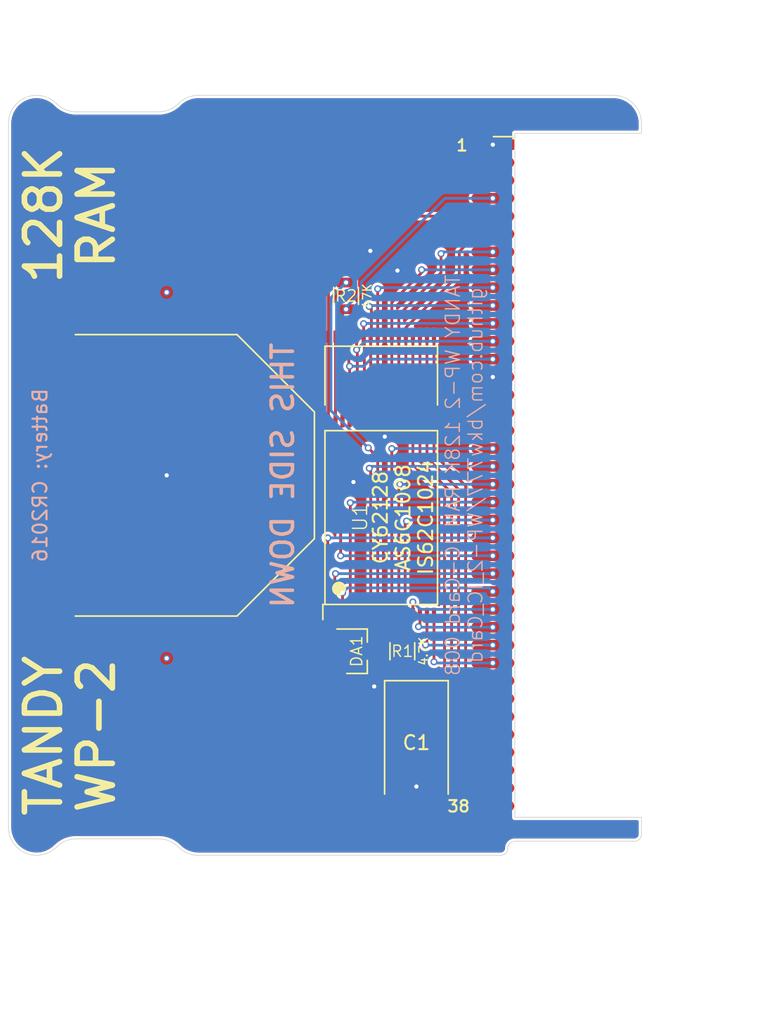
<source format=kicad_pcb>
(kicad_pcb (version 20211014) (generator pcbnew)
  (title_block (title "TANDY WP-2 128K RAM IC-Card") (date "2022-11-29") (rev "008") (company "Brian K. White - b.kenyon.w@gmail.com") (comment 1 "CC-BY-SA") (comment 2 "github.com/bkw777/WP-2_IC_Card"))
  (layers (0 "F.Cu" signal) (31 "B.Cu" signal) (34 "B.Paste" user) (35 "F.Paste" user) (36 "B.SilkS" user "B.Silkscreen") (37 "F.SilkS" user "F.Silkscreen") (38 "B.Mask" user) (39 "F.Mask" user) (44 "Edge.Cuts" user))
  (net 0 "")
  (net 1 "GND")
  (net 2 "/~{CE1}")
  (net 3 "/~{OE}")
  (net 4 "/D0")
  (net 5 "/D1")
  (net 6 "/D2")
  (net 7 "/D3")
  (net 8 "/D4")
  (net 9 "/D5")
  (net 10 "/D6")
  (net 11 "/D7")
  (net 12 "/A16")
  (net 13 "/A15")
  (net 14 "/A14")
  (net 15 "/A13")
  (net 16 "/A12")
  (net 17 "/A11")
  (net 18 "/A10")
  (net 19 "/A9")
  (net 20 "/A8")
  (net 21 "/A7")
  (net 22 "/A6")
  (net 23 "/A5")
  (net 24 "/A4")
  (net 25 "/A3")
  (net 26 "/A2")
  (net 27 "/A1")
  (net 28 "/A0")
  (net 30 "Net-(C1-Pad1)")
  (net 31 "VBUS")
  (net 32 "VMEM")
  (net 33 "/VBAT")
  (net 34 "/~{WE}")
  (footprint "0_LOCAL:SMS-138-01-x-x_edge" (layer "F.Cu") (at 158.75 99.695)
    (fp_text reference "J1" hide)
    (fp_text value "Conn_01x38_Female")
    (fp_line (start -0.127 -24.0665) (end -1.524 -24.0665) (layer "F.SilkS") (width 0.12))
    (fp_line (start -0.127 -24.0665) (end -0.127 -23.9395) (layer "F.SilkS") (width 0.12))
    (pad "1" smd roundrect locked (at -1.57 -23.495) (size 3.048 0.762) (layers "F.Cu" "F.Paste" "F.Mask") (roundrect_rratio 0.1) (net 1 "GND"))
    (pad "2" smd oval locked (at -1.57 -22.225) (size 3.048 0.762) (layers "F.Cu" "F.Paste" "F.Mask") (net 1 "GND"))
    (pad "3" smd oval locked (at -1.57 -20.955) (size 3.048 0.762) (layers "F.Cu" "F.Paste" "F.Mask"))
    (pad "4" smd oval locked (at -1.57 -19.685) (size 3.048 0.762) (layers "F.Cu" "F.Paste" "F.Mask") (net 2 "/~{CE1}"))
    (pad "5" smd oval locked (at -1.57 -18.415) (size 3.048 0.762) (layers "F.Cu" "F.Paste" "F.Mask") (net 3 "/~{OE}"))
    (pad "6" smd oval locked (at -1.57 -17.145) (size 3.048 0.762) (layers "F.Cu" "F.Paste" "F.Mask") (net 4 "/D0"))
    (pad "7" smd oval locked (at -1.57 -15.875) (size 3.048 0.762) (layers "F.Cu" "F.Paste" "F.Mask") (net 5 "/D1"))
    (pad "8" smd oval locked (at -1.57 -14.605) (size 3.048 0.762) (layers "F.Cu" "F.Paste" "F.Mask") (net 6 "/D2"))
    (pad "9" smd oval locked (at -1.57 -13.335) (size 3.048 0.762) (layers "F.Cu" "F.Paste" "F.Mask") (net 7 "/D3"))
    (pad "10" smd oval locked (at -1.57 -12.065) (size 3.048 0.762) (layers "F.Cu" "F.Paste" "F.Mask") (net 8 "/D4"))
    (pad "11" smd oval locked (at -1.57 -10.795) (size 3.048 0.762) (layers "F.Cu" "F.Paste" "F.Mask") (net 9 "/D5"))
    (pad "12" smd oval locked (at -1.57 -9.525) (size 3.048 0.762) (layers "F.Cu" "F.Paste" "F.Mask") (net 10 "/D6"))
    (pad "13" smd oval locked (at -1.57 -8.255) (size 3.048 0.762) (layers "F.Cu" "F.Paste" "F.Mask") (net 11 "/D7"))
    (pad "14" smd oval locked (at -1.57 -6.985) (size 3.048 0.762) (layers "F.Cu" "F.Paste" "F.Mask") (net 1 "GND"))
    (pad "15" smd oval locked (at -1.57 -5.715) (size 3.048 0.762) (layers "F.Cu" "F.Paste" "F.Mask"))
    (pad "16" smd oval locked (at -1.57 -4.445) (size 3.048 0.762) (layers "F.Cu" "F.Paste" "F.Mask"))
    (pad "17" smd oval locked (at -1.57 -3.175) (size 3.048 0.762) (layers "F.Cu" "F.Paste" "F.Mask"))
    (pad "18" smd oval locked (at -1.57 -1.905) (size 3.048 0.762) (layers "F.Cu" "F.Paste" "F.Mask") (net 12 "/A16"))
    (pad "19" smd oval locked (at -1.57 -0.635) (size 3.048 0.762) (layers "F.Cu" "F.Paste" "F.Mask") (net 13 "/A15"))
    (pad "20" smd oval locked (at -1.57 0.635) (size 3.048 0.762) (layers "F.Cu" "F.Paste" "F.Mask") (net 14 "/A14"))
    (pad "21" smd oval locked (at -1.57 1.905) (size 3.048 0.762) (layers "F.Cu" "F.Paste" "F.Mask") (net 15 "/A13"))
    (pad "22" smd oval locked (at -1.57 3.175) (size 3.048 0.762) (layers "F.Cu" "F.Paste" "F.Mask") (net 16 "/A12"))
    (pad "23" smd oval locked (at -1.57 4.445) (size 3.048 0.762) (layers "F.Cu" "F.Paste" "F.Mask") (net 17 "/A11"))
    (pad "24" smd oval locked (at -1.57 5.715) (size 3.048 0.762) (layers "F.Cu" "F.Paste" "F.Mask") (net 18 "/A10"))
    (pad "25" smd oval locked (at -1.57 6.985) (size 3.048 0.762) (layers "F.Cu" "F.Paste" "F.Mask") (net 19 "/A9"))
    (pad "26" smd oval locked (at -1.57 8.255) (size 3.048 0.762) (layers "F.Cu" "F.Paste" "F.Mask") (net 20 "/A8"))
    (pad "27" smd oval locked (at -1.57 9.525) (size 3.048 0.762) (layers "F.Cu" "F.Paste" "F.Mask") (net 21 "/A7"))
    (pad "28" smd oval locked (at -1.57 10.795) (size 3.048 0.762) (layers "F.Cu" "F.Paste" "F.Mask") (net 22 "/A6"))
    (pad "29" smd oval locked (at -1.57 12.065) (size 3.048 0.762) (layers "F.Cu" "F.Paste" "F.Mask") (net 23 "/A5"))
    (pad "30" smd oval locked (at -1.57 13.335) (size 3.048 0.762) (layers "F.Cu" "F.Paste" "F.Mask") (net 24 "/A4"))
    (pad "31" smd oval locked (at -1.57 14.605) (size 3.048 0.762) (layers "F.Cu" "F.Paste" "F.Mask") (net 25 "/A3"))
    (pad "32" smd oval locked (at -1.57 15.875) (size 3.048 0.762) (layers "F.Cu" "F.Paste" "F.Mask") (net 26 "/A2"))
    (pad "33" smd oval locked (at -1.57 17.145) (size 3.048 0.762) (layers "F.Cu" "F.Paste" "F.Mask") (net 27 "/A1"))
    (pad "34" smd oval locked (at -1.57 18.415) (size 3.048 0.762) (layers "F.Cu" "F.Paste" "F.Mask") (net 28 "/A0"))
    (pad "35" smd oval locked (at -1.57 19.685) (size 3.048 0.762) (layers "F.Cu" "F.Paste" "F.Mask") (net 34 "/~{WE}"))
    (pad "36" smd oval locked (at -1.57 20.955) (size 3.048 0.762) (layers "F.Cu" "F.Paste" "F.Mask"))
    (pad "37" smd oval locked (at -1.57 22.225) (size 3.048 0.762) (layers "F.Cu" "F.Paste" "F.Mask"))
    (pad "38" smd oval locked (at -1.57 23.495) (size 3.048 0.762) (layers "F.Cu" "F.Paste" "F.Mask") (net 31 "VBUS"))
  )
  (footprint "0_LOCAL:R_0805" (layer "F.Cu") (at 150.75 112.195 -90)
    (fp_text reference "R1" (at 0 0 unlocked) (layer "F.SilkS") (effects (font (size 0.8 0.8) (thickness 0.1))))
    (fp_text value "4.7K" (at 0 -1.5 90) (layer "F.SilkS") (effects (font (size 0.6 0.6) (thickness 0.1))))
    (fp_line (start -0.6 -0.88) (end 0.6 -0.88) (layer "F.SilkS") (width 0.12))
    (fp_line (start 0.6 0.88) (end -0.6 0.88) (layer "F.SilkS") (width 0.12))
    (pad "1" smd roundrect locked (at -0.95 0 270) (size 0.7 1.3) (layers "F.Cu" "F.Paste" "F.Mask") (roundrect_rratio 0.1) (net 32 "VMEM"))
    (pad "2" smd roundrect locked (at 0.95 0 270) (size 0.7 1.3) (layers "F.Cu" "F.Paste" "F.Mask") (roundrect_rratio 0.1) (net 30 "Net-(C1-Pad1)"))
  )
  (footprint "0_LOCAL:R_0805" (layer "F.Cu") (at 146.75 86.945 -90)
    (fp_text reference "R2" (at 0 0 unlocked) (layer "F.SilkS") (effects (font (size 0.8 0.8) (thickness 0.1))))
    (fp_text value "47K" (at 0 -1.5 90) (layer "F.SilkS") (effects (font (size 0.6 0.6) (thickness 0.1))))
    (fp_line (start 0.6 0.88) (end -0.6 0.88) (layer "F.SilkS") (width 0.12))
    (fp_line (start -0.6 -0.88) (end 0.6 -0.88) (layer "F.SilkS") (width 0.12))
    (pad "1" smd roundrect locked (at -0.95 0 270) (size 0.7 1.3) (layers "F.Cu" "F.Paste" "F.Mask") (roundrect_rratio 0.1) (net 32 "VMEM"))
    (pad "2" smd roundrect locked (at 0.95 0 270) (size 0.7 1.3) (layers "F.Cu" "F.Paste" "F.Mask") (roundrect_rratio 0.1) (net 2 "/~{CE1}"))
  )
  (footprint "0_LOCAL:TSOP32-dual" (layer "F.Cu") (at 149.25 99.695 90)
    (fp_text reference "U1" (at -3 -1.5 90 unlocked) (layer "F.SilkS") (effects (font (thickness 0.1))))
    (fp_text value "SRAM 128Kx8 5v Parallel" hide)
    (fp_line (start 3.175 4) (end -9.175 4) (layer "F.SilkS") (width 0.12))
    (fp_line (start 9.175 4) (end 9.175 -4) (layer "F.SilkS") (width 0.12))
    (fp_line (start -10.25 -4.15) (end -9.175 -4.15) (layer "F.SilkS") (width 0.12))
    (fp_line (start -9.175 -4.15) (end -9.175 4) (layer "F.SilkS") (width 0.12))
    (fp_line (start 3.175 4) (end 3.175 -4) (layer "F.SilkS") (width 0.12))
    (fp_line (start 9.175 -4) (end 5 -4) (layer "F.SilkS") (width 0.12))
    (fp_line (start 9.175 4) (end 5 4) (layer "F.SilkS") (width 0.12))
    (fp_line (start 3.175 -4) (end -9.175 -4) (layer "F.SilkS") (width 0.12))
    (fp_circle (center -8.05 -3) (end -8.05 -2.75) (layer "F.SilkS") (width 0.5) (fill none))
    (pad "1" smd roundrect (at -9.85 -3.75) (size 0.3 0.9) (layers "F.Cu" "F.Paste" "F.Mask") (net 17 "/A11"))
    (pad "2" smd roundrect (at -9.85 -3.25) (size 0.3 0.9) (layers "F.Cu" "F.Paste" "F.Mask") (net 19 "/A9"))
    (pad "3" smd roundrect (at -9.85 -2.75) (size 0.3 0.9) (layers "F.Cu" "F.Paste" "F.Mask") (net 20 "/A8"))
    (pad "4" smd roundrect (at -9.85 -2.25) (size 0.3 0.9) (layers "F.Cu" "F.Paste" "F.Mask") (net 15 "/A13"))
    (pad "5" smd roundrect (at -9.85 -1.75) (size 0.3 0.9) (layers "F.Cu" "F.Paste" "F.Mask") (net 34 "/~{WE}"))
    (pad "6" smd roundrect (at -9.85 -1.25) (size 0.3 0.9) (layers "F.Cu" "F.Paste" "F.Mask") (net 32 "VMEM"))
    (pad "7" smd roundrect (at -9.85 -0.75) (size 0.3 0.9) (layers "F.Cu" "F.Paste" "F.Mask") (net 13 "/A15"))
    (pad "8" smd roundrect (at -9.85 -0.25) (size 0.3 0.9) (layers "F.Cu" "F.Paste" "F.Mask") (net 32 "VMEM"))
    (pad "9" smd roundrect (at -9.85 0.25) (size 0.3 0.9) (layers "F.Cu" "F.Paste" "F.Mask"))
    (pad "10" smd roundrect (at -9.85 0.75) (size 0.3 0.9) (layers "F.Cu" "F.Paste" "F.Mask") (net 12 "/A16"))
    (pad "11" smd roundrect (at -9.85 1.25) (size 0.3 0.9) (layers "F.Cu" "F.Paste" "F.Mask") (net 14 "/A14"))
    (pad "12" smd roundrect (at -9.85 1.75) (size 0.3 0.9) (layers "F.Cu" "F.Paste" "F.Mask") (net 16 "/A12"))
    (pad "13" smd roundrect (at -9.85 2.25) (size 0.3 0.9) (layers "F.Cu" "F.Paste" "F.Mask") (net 21 "/A7"))
    (pad "14" smd roundrect (at -9.85 2.75) (size 0.3 0.9) (layers "F.Cu" "F.Paste" "F.Mask") (net 22 "/A6"))
    (pad "15" smd roundrect (at -9.85 3.25) (size 0.3 0.9) (layers "F.Cu" "F.Paste" "F.Mask") (net 23 "/A5"))
    (pad "16" smd roundrect (at -9.85 3.75) (size 0.3 0.9) (layers "F.Cu" "F.Paste" "F.Mask") (net 24 "/A4"))
    (pad "17" smd roundrect (at 9.85 3.75) (size 0.3 0.9) (layers "F.Cu" "F.Paste" "F.Mask") (net 25 "/A3"))
    (pad "17" smd roundrect (at 3.85 3.75) (size 0.3 0.9) (layers "F.Cu" "F.Paste" "F.Mask") (net 25 "/A3"))
    (pad "18" smd roundrect (at 9.85 3.25) (size 0.3 0.9) (layers "F.Cu" "F.Paste" "F.Mask") (net 26 "/A2"))
    (pad "18" smd roundrect (at 3.85 3.25) (size 0.3 0.9) (layers "F.Cu" "F.Paste" "F.Mask") (net 26 "/A2"))
    (pad "19" smd roundrect (at 9.85 2.75) (size 0.3 0.9) (layers "F.Cu" "F.Paste" "F.Mask") (net 27 "/A1"))
    (pad "19" smd roundrect (at 3.85 2.75) (size 0.3 0.9) (layers "F.Cu" "F.Paste" "F.Mask") (net 27 "/A1"))
    (pad "20" smd roundrect (at 3.85 2.25) (size 0.3 0.9) (layers "F.Cu" "F.Paste" "F.Mask") (net 28 "/A0"))
    (pad "20" smd roundrect (at 9.85 2.25) (size 0.3 0.9) (layers "F.Cu" "F.Paste" "F.Mask") (net 28 "/A0"))
    (pad "21" smd roundrect (at 9.85 1.75) (size 0.3 0.9) (layers "F.Cu" "F.Paste" "F.Mask") (net 4 "/D0"))
    (pad "21" smd roundrect (at 3.85 1.75) (size 0.3 0.9) (layers "F.Cu" "F.Paste" "F.Mask") (net 4 "/D0"))
    (pad "22" smd roundrect (at 9.85 1.25) (size 0.3 0.9) (layers "F.Cu" "F.Paste" "F.Mask") (net 5 "/D1"))
    (pad "22" smd roundrect (at 3.85 1.25) (size 0.3 0.9) (layers "F.Cu" "F.Paste" "F.Mask") (net 5 "/D1"))
    (pad "23" smd roundrect (at 9.85 0.75) (size 0.3 0.9) (layers "F.Cu" "F.Paste" "F.Mask") (net 6 "/D2"))
    (pad "23" smd roundrect (at 3.85 0.75) (size 0.3 0.9) (layers "F.Cu" "F.Paste" "F.Mask") (net 6 "/D2"))
    (pad "24" smd roundrect (at 3.85 0.25) (size 0.3 0.9) (layers "F.Cu" "F.Paste" "F.Mask") (net 1 "GND"))
    (pad "24" smd roundrect (at 9.85 0.25) (size 0.3 0.9) (layers "F.Cu" "F.Paste" "F.Mask") (net 1 "GND"))
    (pad "25" smd roundrect (at 3.85 -0.25) (size 0.3 0.9) (layers "F.Cu" "F.Paste" "F.Mask") (net 7 "/D3"))
    (pad "25" smd roundrect (at 9.85 -0.25) (size 0.3 0.9) (layers "F.Cu" "F.Paste" "F.Mask") (net 7 "/D3"))
    (pad "26" smd roundrect (at 3.85 -0.75) (size 0.3 0.9) (layers "F.Cu" "F.Paste" "F.Mask") (net 8 "/D4"))
    (pad "26" smd roundrect (at 9.85 -0.75) (size 0.3 0.9) (layers "F.Cu" "F.Paste" "F.Mask") (net 8 "/D4"))
    (pad "27" smd roundrect (at 3.85 -1.25) (size 0.3 0.9) (layers "F.Cu" "F.Paste" "F.Mask") (net 9 "/D5"))
    (pad "27" smd roundrect (at 9.85 -1.25) (size 0.3 0.9) (layers "F.Cu" "F.Paste" "F.Mask") (net 9 "/D5"))
    (pad "28" smd roundrect (at 9.85 -1.75) (size 0.3 0.9) (layers "F.Cu" "F.Paste" "F.Mask") (net 10 "/D6"))
    (pad "28" smd roundrect (at 3.85 -1.75) (size 0.3 0.9) (layers "F.Cu" "F.Paste" "F.Mask") (net 10 "/D6"))
    (pad "29" smd roundrect (at 3.85 -2.25) (size 0.3 0.9) (layers "F.Cu" "F.Paste" "F.Mask") (net 11 "/D7"))
    (pad "29" smd roundrect (at 9.85 -2.25) (size 0.3 0.9) (layers "F.Cu" "F.Paste" "F.Mask") (net 11 "/D7"))
    (pad "30" smd roundrect (at 9.85 -2.75) (size 0.3 0.9) (layers "F.Cu" "F.Paste" "F.Mask") (net 2 "/~{CE1}"))
    (pad "30" smd roundrect (at 3.85 -2.75) (size 0.3 0.9) (layers "F.Cu" "F.Paste" "F.Mask") (net 2 "/~{CE1}"))
    (pad "31" smd roundrect (at 3.85 -3.25) (size 0.3 0.9) (layers "F.Cu" "F.Paste" "F.Mask") (net 18 "/A10"))
    (pad "31" smd roundrect (at 9.85 -3.25) (size 0.3 0.9) (layers "F.Cu" "F.Paste" "F.Mask") (net 18 "/A10"))
    (pad "32" smd roundrect (at 3.85 -3.75) (size 0.3 0.9) (layers "F.Cu" "F.Paste" "F.Mask") (net 3 "/~{OE}"))
    (pad "32" smd roundrect (at 9.85 -3.75) (size 0.3 0.9) (layers "F.Cu" "F.Paste" "F.Mask") (net 3 "/~{OE}"))
  )
  (footprint "0_LOCAL:2016_battery_holder_smt" (layer "F.Cu") (at 134 99.695 90)
    (fp_text reference "BT1" hide)
    (fp_text value "CR2016 3v")
    (fp_line (start 4.5 10.5) (end 10 5) (layer "F.SilkS") (width 0.12))
    (fp_line (start -10 5) (end -10 -6.5) (layer "F.SilkS") (width 0.12))
    (fp_line (start 10 5) (end 10 -6.5) (layer "F.SilkS") (width 0.12))
    (fp_line (start -4.5 10.5) (end 4.5 10.5) (layer "F.SilkS") (width 0.12))
    (fp_line (start -10 5) (end -4.5 10.5) (layer "F.SilkS") (width 0.12))
    (pad "1" smd roundrect locked (at -13 0 90) (size 6 6) (layers "F.Cu" "F.Paste" "F.Mask") (roundrect_rratio 0.1) (net 33 "/VBAT"))
    (pad "1" smd roundrect locked (at 13 0 90) (size 6 6) (layers "F.Cu" "F.Paste" "F.Mask") (roundrect_rratio 0.1) (net 33 "/VBAT"))
    (pad "2" smd circle locked (at 0 0 90) (size 17.8 17.8) (layers "F.Cu" "F.Mask") (net 1 "GND"))
  )
  (footprint "0_LOCAL:CP_EIA-7343-20_AVX-Y" (layer "F.Cu") (at 151.75 118.695 -90)
    (fp_text reference "C1" (at 0 0) (layer "F.SilkS"))
    (fp_text value "220uf")
    (fp_line (start -4.41 -2.26) (end -4.41 2.26) (layer "F.SilkS") (width 0.12))
    (fp_line (start -4.41 2.26) (end 3.65 2.26) (layer "F.SilkS") (width 0.12))
    (fp_line (start 3.65 -2.26) (end -4.41 -2.26) (layer "F.SilkS") (width 0.12))
    (pad "1" smd roundrect locked (at -3.1125 0 270) (size 2.1 2.8) (layers "F.Cu" "F.Paste" "F.Mask") (roundrect_rratio 0.12) (net 30 "Net-(C1-Pad1)"))
    (pad "2" smd roundrect locked (at 3.1125 0 270) (size 2.1 2.8) (layers "F.Cu" "F.Paste" "F.Mask") (roundrect_rratio 0.12) (net 1 "GND"))
  )
  (footprint "0_LOCAL:SOT-23" (layer "F.Cu") (at 147.5 112.195)
    (fp_text reference "DA1" (at 0 0 90) (layer "F.SilkS") (effects (font (size 0.8 0.8) (thickness 0.1))))
    (fp_text value "BAT54C")
    (fp_line (start 0.76 -1.58) (end -1.4 -1.58) (layer "F.SilkS") (width 0.12))
    (fp_line (start 0.76 1.58) (end -0.7 1.58) (layer "F.SilkS") (width 0.12))
    (fp_line (start 0.76 -1.58) (end 0.76 -0.65) (layer "F.SilkS") (width 0.12))
    (fp_line (start 0.76 1.58) (end 0.76 0.65) (layer "F.SilkS") (width 0.12))
    (pad "1" smd roundrect locked (at -1 -0.95) (size 0.9 0.8) (layers "F.Cu" "F.Paste" "F.Mask") (roundrect_rratio 0.1) (net 33 "/VBAT"))
    (pad "2" smd roundrect locked (at -1 0.95) (size 0.9 0.8) (layers "F.Cu" "F.Paste" "F.Mask") (roundrect_rratio 0.1) (net 31 "VBUS"))
    (pad "3" smd roundrect locked (at 1 0) (size 0.9 0.8) (layers "F.Cu" "F.Paste" "F.Mask") (roundrect_rratio 0.1) (net 32 "VMEM"))
  )
  (gr_line (start 136.25 126.695001) (end 157.75 126.695) (layer "Edge.Cuts") (width 0.05))
  (gr_line (start 122.75 74.695) (end 122.75 124.695) (layer "Edge.Cuts") (width 0.05))
  (gr_line (start 158.75 123.995) (end 158.75 75.395) (layer "Edge.Cuts") (width 0.05))
  (gr_line (start 167.75 75.395) (end 158.75 75.395) (layer "Edge.Cuts") (width 0.05))
  (gr_line (start 167.75 123.995) (end 158.75 123.995) (layer "Edge.Cuts") (width 0.05))
  (gr_line (start 167.75 125.195) (end 167.75 123.995) (layer "Edge.Cuts") (width 0.05))
  (gr_line (start 167.75 74.695) (end 167.75 75.395) (layer "Edge.Cuts") (width 0.05))
  (gr_line (start 165.75 72.695) (end 136.25 72.695) (layer "Edge.Cuts") (width 0.05))
  (gr_line (start 158.75 125.695) (end 167.25 125.695) (layer "Edge.Cuts") (width 0.05))
  (gr_arc (start 136.25 126.695001) (mid 135.484633 126.54276) (end 134.835786 126.109214) (layer "Edge.Cuts") (width 0.05))
  (gr_arc (start 126.164214 126.109214) (mid 125.515367 126.54276) (end 124.75 126.695) (layer "Edge.Cuts") (width 0.05))
  (gr_arc (start 133.421572 125.523427) (mid 134.186939 125.675668) (end 134.835786 126.109214) (layer "Edge.Cuts") (width 0.05))
  (gr_arc (start 126.164214 126.109214) (mid 126.813061 125.675668) (end 127.578428 125.523427) (layer "Edge.Cuts") (width 0.05))
  (gr_line (start 127.578428 125.523427) (end 133.421572 125.523427) (layer "Edge.Cuts") (width 0.05))
  (gr_arc (start 134.835786 73.280786) (mid 135.484633 72.84724) (end 136.25 72.695) (layer "Edge.Cuts") (width 0.05))
  (gr_arc (start 127.578428 73.866573) (mid 126.813061 73.714332) (end 126.164214 73.280786) (layer "Edge.Cuts") (width 0.05))
  (gr_arc (start 134.835786 73.280786) (mid 134.186939 73.714332) (end 133.421572 73.866573) (layer "Edge.Cuts") (width 0.05))
  (gr_arc (start 124.75 72.694999) (mid 125.515367 72.84724) (end 126.164214 73.280786) (layer "Edge.Cuts") (width 0.05))
  (gr_line (start 133.421572 73.866573) (end 127.578428 73.866573) (layer "Edge.Cuts") (width 0.05))
  (gr_arc (start 165.75 72.695) (mid 167.164214 73.280786) (end 167.75 74.695) (layer "Edge.Cuts") (width 0.05))
  (gr_arc (start 158.25 126.195) (mid 158.396447 125.841447) (end 158.75 125.695) (layer "Edge.Cuts") (width 0.05))
  (gr_arc (start 124.75 126.695) (mid 123.335786 126.109214) (end 122.75 124.695) (layer "Edge.Cuts") (width 0.05))
  (gr_arc (start 122.75 74.695) (mid 123.335786 73.280786) (end 124.75 72.695) (layer "Edge.Cuts") (width 0.05))
  (gr_arc (start 167.75 125.195) (mid 167.603553 125.548553) (end 167.25 125.695) (layer "Edge.Cuts") (width 0.05))
  (gr_arc (start 158.25 126.195) (mid 158.103553 126.548553) (end 157.75 126.695) (layer "Edge.Cuts") (width 0.05))
  (gr_text "${TITLE} ${REVISION}\n${COMMENT2}" (at 155.145 99.695 -270) (layer "B.SilkS") (effects (font (size 1 1) (thickness 0.1)) (justify mirror)))
  (gr_text "THIS SIDE DOWN" (at 142.25 99.695 -270) (layer "B.SilkS") (effects (font (size 1.524 1.524) (thickness 0.254)) (justify mirror)))
  (gr_text "Battery: CR2016" (at 125 99.695 90) (layer "B.SilkS") (effects (font (size 1 1)) (justify mirror)))
  (gr_text "1" (at 154.9948 76.2508) (layer "F.SilkS") (effects (font (size 0.8128 0.8128) (thickness 0.1524))))
  (gr_text "38" (at 154.75 123.2154) (layer "F.SilkS") (effects (font (size 0.8128 0.8128) (thickness 0.1524))))
  (gr_text "TANDY" (at 125.25 118.195 90) (layer "F.SilkS") (effects (font (size 2.5 2.5) (thickness 0.4))))
  (gr_text "128K" (at 125.25 81.195 90) (layer "F.SilkS") (effects (font (size 2.5 2.5) (thickness 0.4))))
  (gr_text "WP-2" (at 129 118.195 90) (layer "F.SilkS") (effects (font (size 2.5 2.5) (thickness 0.4))))
  (gr_text "RAM" (at 129 81.195 90) (layer "F.SilkS") (effects (font (size 2.5 2.5) (thickness 0.4))))
  (gr_text "CY62128\nAS6C1008\nIS62C1024" (at 150.8 102.695 90) (layer "F.SilkS") (effects (font (size 1 1))))
  (segment (start 157.05 76.33) (end 157.18 76.2) (width 0.2) (layer "F.Cu") (net 1))
  (segment (start 157.05 77.34) (end 157.18 77.47) (width 0.2) (layer "F.Cu") (net 1))
  (via (at 148.75 114.695) (size 0.5) (drill 0.3) (layers "F.Cu" "B.Cu") (net 1))
  (via (at 151.75 121.8075) (size 0.5) (drill 0.3) (layers "F.Cu" "B.Cu") (net 1))
  (via (at 149.5 96.945) (size 0.5) (drill 0.3) (layers "F.Cu" "B.Cu") (net 1))
  (via (at 134 99.695) (size 0.5) (drill 0.3) (layers "F.Cu" "B.Cu") (net 1))
  (via (at 148.475 83.745) (size 0.5) (drill 0.3) (layers "F.Cu" "B.Cu") (net 1))
  (via (at 157.18 92.71) (size 0.5) (drill 0.3) (layers "F.Cu" "B.Cu") (net 1))
  (via (at 150.4 85.145) (size 0.5) (drill 0.3) (layers "F.Cu" "B.Cu") (net 1))
  (via (at 157.18 76.2) (size 0.5) (drill 0.3) (layers "F.Cu" "B.Cu") (net 1))
  (via (at 147.275 100.17) (size 0.5) (drill 0.3) (layers "F.Cu" "B.Cu") (net 1))
  (segment (start 157.18 80.01) (end 157.18 80.01) (width 0.2) (layer "F.Cu") (net 2))
  (segment (start 146.45 89.895) (end 146.45 95.795) (width 0.2) (layer "F.Cu") (net 2))
  (segment (start 146.5 88.145) (end 146.5 89.845) (width 0.2) (layer "F.Cu") (net 2))
  (segment (start 146.5 89.845) (end 146.45 89.895) (width 0.2) (layer "F.Cu") (net 2))
  (segment (start 146.75 87.895) (end 146.5 88.145) (width 0.2) (layer "F.Cu") (net 2))
  (segment (start 146.45 95.795) (end 146.5 95.845) (width 0.2) (layer "F.Cu") (net 2))
  (via (at 146.75 87.895) (size 0.5) (drill 0.3) (layers "F.Cu" "B.Cu") (net 2))
  (via (at 157.18 80.01) (size 0.5) (drill 0.3) (layers "F.Cu" "B.Cu") (net 2))
  (segment (start 147.85 85.945) (end 153.785 80.01) (width 0.2) (layer "B.Cu") (net 2))
  (segment (start 146.75 87.745) (end 147.85 86.645) (width 0.2) (layer "B.Cu") (net 2))
  (segment (start 147.85 86.645) (end 147.85 85.945) (width 0.2) (layer "B.Cu") (net 2))
  (segment (start 153.785 80.01) (end 157.18 80.01) (width 0.2) (layer "B.Cu") (net 2))
  (segment (start 146.75 87.895) (end 146.75 87.745) (width 0.2) (layer "B.Cu") (net 2))
  (segment (start 157.18 81.28) (end 149.415 81.28) (width 0.2) (layer "F.Cu") (net 3))
  (segment (start 145.5 85.195) (end 145.5 95.845) (width 0.2) (layer "F.Cu") (net 3))
  (segment (start 149.415 81.28) (end 145.5 85.195) (width 0.2) (layer "F.Cu") (net 3))
  (segment (start 156.0375 82.55) (end 154.8 83.7875) (width 0.2) (layer "F.Cu") (net 4))
  (segment (start 154.8 85.395) (end 151 89.195) (width 0.2) (layer "F.Cu") (net 4))
  (segment (start 151 89.195) (end 151 95.845) (width 0.2) (layer "F.Cu") (net 4))
  (segment (start 154.8 83.7875) (end 154.8 85.395) (width 0.2) (layer "F.Cu") (net 4))
  (segment (start 157.18 82.55) (end 156.0375 82.55) (width 0.2) (layer "F.Cu") (net 4))
  (segment (start 153.5 83.945) (end 153.5 85.295) (width 0.2) (layer "F.Cu") (net 5))
  (segment (start 150.5 88.295) (end 150.5 95.845) (width 0.2) (layer "F.Cu") (net 5))
  (segment (start 153.5 85.295) (end 150.5 88.295) (width 0.2) (layer "F.Cu") (net 5))
  (via (at 157.18 83.82) (size 0.5) (drill 0.3) (layers "F.Cu" "B.Cu") (net 5))
  (via (at 153.5 83.945) (size 0.5) (drill 0.3) (layers "F.Cu" "B.Cu") (net 5))
  (segment (start 153.5 83.945) (end 153.625 83.82) (width 0.2) (layer "B.Cu") (net 5))
  (segment (start 153.625 83.82) (end 157.18 83.82) (width 0.2) (layer "B.Cu") (net 5))
  (segment (start 150 87.415) (end 150 89.845) (width 0.2) (layer "F.Cu") (net 6))
  (segment (start 152.12 85.09) (end 152.12 85.295) (width 0.2) (layer "F.Cu") (net 6))
  (segment (start 152.12 85.295) (end 150 87.415) (width 0.2) (layer "F.Cu") (net 6))
  (segment (start 150 95.845) (end 150 89.845) (width 0.2) (layer "F.Cu") (net 6))
  (via (at 157.18 85.09) (size 0.5) (drill 0.3) (layers "F.Cu" "B.Cu") (net 6))
  (via (at 152.12 85.09) (size 0.5) (drill 0.3) (layers "F.Cu" "B.Cu") (net 6))
  (segment (start 152.12 85.09) (end 157.18 85.09) (width 0.2) (layer "B.Cu") (net 6))
  (segment (start 149 89.845) (end 149 86.445) (width 0.2) (layer "F.Cu") (net 7))
  (segment (start 149 95.845) (end 149 89.845) (width 0.2) (layer "F.Cu") (net 7))
  (via (at 149 86.445) (size 0.5) (drill 0.3) (layers "F.Cu" "B.Cu") (net 7))
  (via (at 157.18 86.36) (size 0.5) (drill 0.3) (layers "F.Cu" "B.Cu") (net 7))
  (segment (start 149.085 86.36) (end 157.18 86.36) (width 0.2) (layer "B.Cu") (net 7))
  (segment (start 149 86.445) (end 149.085 86.36) (width 0.2) (layer "B.Cu") (net 7))
  (segment (start 148.55 89.795) (end 148.55 87.845) (width 0.2) (layer "F.Cu") (net 8))
  (segment (start 148.5 95.845) (end 148.5 89.845) (width 0.2) (layer "F.Cu") (net 8))
  (segment (start 148.5 89.845) (end 148.55 89.795) (width 0.2) (layer "F.Cu") (net 8))
  (segment (start 148.55 87.845) (end 148.4 87.695) (width 0.2) (layer "F.Cu") (net 8))
  (via (at 148.4 87.695) (size 0.5) (drill 0.3) (layers "F.Cu" "B.Cu") (net 8))
  (via (at 157.18 87.63) (size 0.5) (drill 0.3) (layers "F.Cu" "B.Cu") (net 8))
  (segment (start 148.4 87.695) (end 148.465 87.63) (width 0.2) (layer "B.Cu") (net 8))
  (segment (start 148.465 87.63) (end 157.18 87.63) (width 0.2) (layer "B.Cu") (net 8))
  (segment (start 148.05 89.895) (end 148.05 95.795) (width 0.2) (layer "F.Cu") (net 9))
  (segment (start 148.05 95.795) (end 148 95.845) (width 0.2) (layer "F.Cu") (net 9))
  (segment (start 148 89.845) (end 148.05 89.895) (width 0.2) (layer "F.Cu") (net 9))
  (segment (start 148 88.92) (end 148 89.845) (width 0.2) (layer "F.Cu") (net 9))
  (via (at 157.18 88.9) (size 0.5) (drill 0.3) (layers "F.Cu" "B.Cu") (net 9))
  (via (at 148 88.92) (size 0.5) (drill 0.3) (layers "F.Cu" "B.Cu") (net 9))
  (segment (start 148 88.92) (end 148.02 88.9) (width 0.2) (layer "B.Cu") (net 9))
  (segment (start 148.02 88.9) (end 157.18 88.9) (width 0.2) (layer "B.Cu") (net 9))
  (segment (start 147.5 90.77) (end 147.55 90.82) (width 0.2) (layer "F.Cu") (net 10))
  (segment (start 147.55 90.82) (end 147.55 95.795) (width 0.2) (layer "F.Cu") (net 10))
  (segment (start 147.55 95.795) (end 147.5 95.845) (width 0.2) (layer "F.Cu") (net 10))
  (segment (start 147.5 90.77) (end 147.5 89.945) (width 0.2) (layer "F.Cu") (net 10))
  (via (at 147.5 90.77) (size 0.5) (drill 0.3) (layers "F.Cu" "B.Cu") (net 10))
  (via (at 157.18 90.17) (size 0.5) (drill 0.3) (layers "F.Cu" "B.Cu") (net 10))
  (segment (start 147.5 90.77) (end 148.1 90.17) (width 0.2) (layer "B.Cu") (net 10))
  (segment (start 148.1 90.17) (end 157.18 90.17) (width 0.2) (layer "B.Cu") (net 10))
  (segment (start 147 91.945) (end 147 95.845) (width 0.2) (layer "F.Cu") (net 11))
  (segment (start 146.95 89.895) (end 147 89.845) (width 0.2) (layer "F.Cu") (net 11))
  (segment (start 146.95 91.895) (end 146.95 89.895) (width 0.2) (layer "F.Cu") (net 11))
  (segment (start 147 91.945) (end 146.95 91.895) (width 0.2) (layer "F.Cu") (net 11))
  (via (at 157.18 91.44) (size 0.5) (drill 0.3) (layers "F.Cu" "B.Cu") (net 11))
  (via (at 147 91.945) (size 0.5) (drill 0.3) (layers "F.Cu" "B.Cu") (net 11))
  (segment (start 147 91.945) (end 148 91.945) (width 0.2) (layer "B.Cu") (net 11))
  (segment (start 148 91.945) (end 148.505 91.44) (width 0.2) (layer "B.Cu") (net 11))
  (segment (start 148.505 91.44) (end 157.18 91.44) (width 0.2) (layer "B.Cu") (net 11))
  (segment (start 157.23 97.79) (end 157.23 97.79) (width 0.2) (layer "F.Cu") (net 12))
  (segment (start 150 97.795) (end 150 109.545) (width 0.2) (layer "F.Cu") (net 12))
  (via (at 157.18 97.79) (size 0.5) (drill 0.3) (layers "F.Cu" "B.Cu") (net 12))
  (via (at 150 97.795) (size 0.5) (drill 0.3) (layers "F.Cu" "B.Cu") (net 12))
  (segment (start 150 97.795) (end 150.005 97.79) (width 0.2) (layer "B.Cu") (net 12))
  (segment (start 150.005 97.79) (end 157.18 97.79) (width 0.2) (layer "B.Cu") (net 12))
  (segment (start 148.4 99.195) (end 148.5 99.295) (width 0.2) (layer "F.Cu") (net 13))
  (segment (start 148.5 99.295) (end 148.5 109.545) (width 0.2) (layer "F.Cu") (net 13))
  (via (at 148.4 99.195) (size 0.5) (drill 0.3) (layers "F.Cu" "B.Cu") (net 13))
  (via (at 157.18 99.06) (size 0.5) (drill 0.3) (layers "F.Cu" "B.Cu") (net 13))
  (segment (start 148.535 99.06) (end 157.18 99.06) (width 0.2) (layer "B.Cu") (net 13))
  (segment (start 148.4 99.195) (end 148.535 99.06) (width 0.2) (layer "B.Cu") (net 13))
  (segment (start 157.23 100.33) (end 157.23 100.33) (width 0.2) (layer "F.Cu") (net 14))
  (segment (start 150.5 100.395) (end 150.5 109.545) (width 0.2) (layer "F.Cu") (net 14))
  (segment (start 150.565 100.33) (end 150.5 100.395) (width 0.2) (layer "F.Cu") (net 14))
  (via (at 157.18 100.33) (size 0.5) (drill 0.3) (layers "F.Cu" "B.Cu") (net 14))
  (via (at 150.565 100.33) (size 0.5) (drill 0.3) (layers "F.Cu" "B.Cu") (net 14))
  (segment (start 150.565 100.33) (end 157.18 100.33) (width 0.2) (layer "B.Cu") (net 14))
  (segment (start 147.05 101.645) (end 147.05 109.495) (width 0.2) (layer "F.Cu") (net 15))
  (segment (start 147.05 109.495) (end 147 109.545) (width 0.2) (layer "F.Cu") (net 15))
  (via (at 157.18 101.6) (size 0.5) (drill 0.3) (layers "F.Cu" "B.Cu") (net 15))
  (via (at 147.05 101.645) (size 0.5) (drill 0.3) (layers "F.Cu" "B.Cu") (net 15))
  (segment (start 147.05 101.645) (end 147.095 101.6) (width 0.2) (layer "B.Cu") (net 15))
  (segment (start 147.095 101.6) (end 157.18 101.6) (width 0.2) (layer "B.Cu") (net 15))
  (segment (start 150.95 109.495) (end 151 109.545) (width 0.2) (layer "F.Cu") (net 16))
  (segment (start 150.95 103.045) (end 150.95 109.495) (width 0.2) (layer "F.Cu") (net 16))
  (segment (start 151.05 102.945) (end 150.95 103.045) (width 0.2) (layer "F.Cu") (net 16))
  (via (at 157.18 102.87) (size 0.5) (drill 0.3) (layers "F.Cu" "B.Cu") (net 16))
  (via (at 151.05 102.945) (size 0.5) (drill 0.3) (layers "F.Cu" "B.Cu") (net 16))
  (segment (start 151.125 102.87) (end 157.18 102.87) (width 0.2) (layer "B.Cu") (net 16))
  (segment (start 151.05 102.945) (end 151.125 102.87) (width 0.2) (layer "B.Cu") (net 16))
  (segment (start 145.45 104.145) (end 145.45 109.495) (width 0.2) (layer "F.Cu") (net 17))
  (segment (start 145.45 109.495) (end 145.5 109.545) (width 0.2) (layer "F.Cu") (net 17))
  (via (at 157.18 104.14) (size 0.5) (drill 0.3) (layers "F.Cu" "B.Cu") (net 17))
  (via (at 145.45 104.145) (size 0.5) (drill 0.3) (layers "F.Cu" "B.Cu") (net 17))
  (segment (start 145.455 104.14) (end 157.18 104.14) (width 0.2) (layer "B.Cu") (net 17))
  (segment (start 145.45 104.145) (end 145.455 104.14) (width 0.2) (layer "B.Cu") (net 17))
  (segment (start 146.365 105.41) (end 146.365 102.985) (width 0.2) (layer "F.Cu") (net 18))
  (segment (start 146 102.62) (end 146 89.845) (width 0.2) (layer "F.Cu") (net 18))
  (segment (start 146.365 102.985) (end 146 102.62) (width 0.2) (layer "F.Cu") (net 18))
  (via (at 146.365 105.41) (size 0.5) (drill 0.3) (layers "F.Cu" "B.Cu") (net 18))
  (via (at 157.18 105.41) (size 0.5) (drill 0.3) (layers "F.Cu" "B.Cu") (net 18))
  (segment (start 146.365 105.41) (end 157.18 105.41) (width 0.2) (layer "B.Cu") (net 18))
  (segment (start 146 106.68) (end 145.95 106.73) (width 0.2) (layer "F.Cu") (net 19))
  (segment (start 145.95 109.495) (end 146 109.545) (width 0.2) (layer "F.Cu") (net 19))
  (segment (start 145.95 106.73) (end 145.95 109.495) (width 0.2) (layer "F.Cu") (net 19))
  (via (at 146 106.68) (size 0.5) (drill 0.3) (layers "F.Cu" "B.Cu") (net 19))
  (via (at 157.18 106.68) (size 0.5) (drill 0.3) (layers "F.Cu" "B.Cu") (net 19))
  (segment (start 146 106.68) (end 157.18 106.68) (width 0.2) (layer "B.Cu") (net 19))
  (segment (start 146.5 108.045) (end 146.5 109.545) (width 0.2) (layer "F.Cu") (net 20))
  (via (at 157.18 107.95) (size 0.5) (drill 0.3) (layers "F.Cu" "B.Cu") (net 20))
  (via (at 146.5 108.045) (size 0.5) (drill 0.3) (layers "F.Cu" "B.Cu") (net 20))
  (segment (start 146.5 108.045) (end 146.85 107.695) (width 0.2) (layer "B.Cu") (net 20))
  (segment (start 146.85 107.695) (end 156.925 107.695) (width 0.2) (layer "B.Cu") (net 20))
  (segment (start 156.925 107.695) (end 157.18 107.95) (width 0.2) (layer "B.Cu") (net 20))
  (segment (start 151.5 108.695) (end 151.5 109.545) (width 0.2) (layer "F.Cu") (net 21))
  (via (at 157.18 109.22) (size 0.5) (drill 0.3) (layers "F.Cu" "B.Cu") (net 21))
  (via (at 151.5 108.695) (size 0.5) (drill 0.3) (layers "F.Cu" "B.Cu") (net 21))
  (segment (start 151.5 108.695) (end 152.025 109.22) (width 0.2) (layer "B.Cu") (net 21))
  (segment (start 152.025 109.22) (end 157.18 109.22) (width 0.2) (layer "B.Cu") (net 21))
  (segment (start 152 110.345) (end 152 109.545) (width 0.2) (layer "F.Cu") (net 22))
  (segment (start 151.9 110.445) (end 152 110.345) (width 0.2) (layer "F.Cu") (net 22))
  (via (at 151.9 110.445) (size 0.5) (drill 0.3) (layers "F.Cu" "B.Cu") (net 22))
  (via (at 157.18 110.49) (size 0.5) (drill 0.3) (layers "F.Cu" "B.Cu") (net 22))
  (segment (start 151.945 110.49) (end 157.18 110.49) (width 0.2) (layer "B.Cu") (net 22))
  (segment (start 151.9 110.445) (end 151.945 110.49) (width 0.2) (layer "B.Cu") (net 22))
  (segment (start 152.4 111.745) (end 152.5 111.645) (width 0.2) (layer "F.Cu") (net 23))
  (segment (start 152.5 111.645) (end 152.5 109.545) (width 0.2) (layer "F.Cu") (net 23))
  (via (at 157.18 111.76) (size 0.5) (drill 0.3) (layers "F.Cu" "B.Cu") (net 23))
  (via (at 152.4 111.745) (size 0.5) (drill 0.3) (layers "F.Cu" "B.Cu") (net 23))
  (segment (start 152.415 111.76) (end 157.18 111.76) (width 0.2) (layer "B.Cu") (net 23))
  (segment (start 152.4 111.745) (end 152.415 111.76) (width 0.2) (layer "B.Cu") (net 23))
  (segment (start 153 112.945) (end 153 109.545) (width 0.2) (layer "F.Cu") (net 24))
  (via (at 157.18 113.03) (size 0.5) (drill 0.3) (layers "F.Cu" "B.Cu") (net 24))
  (via (at 153 112.945) (size 0.5) (drill 0.3) (layers "F.Cu" "B.Cu") (net 24))
  (segment (start 153 112.945) (end 153.085 113.03) (width 0.2) (layer "B.Cu") (net 24))
  (segment (start 153.085 113.03) (end 157.18 113.03) (width 0.2) (layer "B.Cu") (net 24))
  (segment (start 153 89.845) (end 153 98.195) (width 0.2) (layer "F.Cu") (net 25))
  (segment (start 155.25 113.545) (end 156.005 114.3) (width 0.2) (layer "F.Cu") (net 25))
  (segment (start 155.25 100.445) (end 155.25 113.545) (width 0.2) (layer "F.Cu") (net 25))
  (segment (start 153 98.195) (end 155.25 100.445) (width 0.2) (layer "F.Cu") (net 25))
  (segment (start 156.005 114.3) (end 157.18 114.3) (width 0.2) (layer "F.Cu") (net 25))
  (segment (start 154.75 100.695) (end 154.75 114.295) (width 0.2) (layer "F.Cu") (net 26))
  (segment (start 152.5 89.845) (end 152.5 98.445) (width 0.2) (layer "F.Cu") (net 26))
  (segment (start 152.5 98.445) (end 154.75 100.695) (width 0.2) (layer "F.Cu") (net 26))
  (segment (start 154.75 114.295) (end 156.025 115.57) (width 0.2) (layer "F.Cu") (net 26))
  (segment (start 156.025 115.57) (end 157.08 115.57) (width 0.2) (layer "F.Cu") (net 26))
  (segment (start 154.25 100.945) (end 154.25 115.045) (width 0.2) (layer "F.Cu") (net 27))
  (segment (start 156.045 116.84) (end 157.18 116.84) (width 0.2) (layer "F.Cu") (net 27))
  (segment (start 152 98.695) (end 154.25 100.945) (width 0.2) (layer "F.Cu") (net 27))
  (segment (start 152 89.845) (end 152 98.695) (width 0.2) (layer "F.Cu") (net 27))
  (segment (start 154.25 115.045) (end 156.045 116.84) (width 0.2) (layer "F.Cu") (net 27))
  (segment (start 153.75 101.195) (end 153.75 115.845) (width 0.2) (layer "F.Cu") (net 28))
  (segment (start 153.75 115.845) (end 156.015 118.11) (width 0.2) (layer "F.Cu") (net 28))
  (segment (start 151.5 89.845) (end 151.5 98.945) (width 0.2) (layer "F.Cu") (net 28))
  (segment (start 156.015 118.11) (end 157.18 118.11) (width 0.2) (layer "F.Cu") (net 28))
  (segment (start 151.5 98.945) (end 153.75 101.195) (width 0.2) (layer "F.Cu") (net 28))
  (segment (start 150.75 114.5825) (end 151.75 115.5825) (width 0.6) (layer "F.Cu") (net 30))
  (segment (start 150.75 113.145) (end 150.75 114.5825) (width 0.6) (layer "F.Cu") (net 30))
  (segment (start 149.525 118.945) (end 146.5 115.92) (width 0.6) (layer "F.Cu") (net 31))
  (segment (start 154.55 122.395) (end 154.55 120.395) (width 0.6) (layer "F.Cu") (net 31))
  (segment (start 155.345 123.19) (end 154.55 122.395) (width 0.6) (layer "F.Cu") (net 31))
  (segment (start 153.1 118.945) (end 149.525 118.945) (width 0.6) (layer "F.Cu") (net 31))
  (segment (start 157.18 123.19) (end 155.345 123.19) (width 0.6) (layer "F.Cu") (net 31))
  (segment (start 146.5 115.92) (end 146.5 113.145) (width 0.6) (layer "F.Cu") (net 31))
  (segment (start 154.55 120.395) (end 153.1 118.945) (width 0.6) (layer "F.Cu") (net 31))
  (segment (start 150.75 111.245) (end 149 111.245) (width 0.6) (layer "F.Cu") (net 32))
  (segment (start 148.225 110.42) (end 148 110.195) (width 0.2) (layer "F.Cu") (net 32))
  (segment (start 149 110.42) (end 149 111.695) (width 0.6) (layer "F.Cu") (net 32))
  (segment (start 148.325 97.745) (end 149 98.42) (width 0.2) (layer "F.Cu") (net 32))
  (segment (start 149 98.42) (end 149 109.545) (width 0.2) (layer "F.Cu") (net 32))
  (segment (start 149 110.42) (end 148.225 110.42) (width 0.2) (layer "F.Cu") (net 32))
  (segment (start 149 109.545) (end 149 110.42) (width 0.3) (layer "F.Cu") (net 32))
  (segment (start 148 110.195) (end 148 109.545) (width 0.2) (layer "F.Cu") (net 32))
  (segment (start 149 111.695) (end 148.5 112.195) (width 0.6) (layer "F.Cu") (net 32))
  (via (at 148.325 97.745) (size 0.5) (drill 0.3) (layers "F.Cu" "B.Cu") (net 32))
  (via (at 146.75 85.995) (size 0.5) (drill 0.3) (layers "F.Cu" "B.Cu") (net 32))
  (segment (start 145.675 95.095) (end 148.325 97.745) (width 0.2) (layer "B.Cu") (net 32))
  (segment (start 146.75 85.995) (end 145.675 87.07) (width 0.2) (layer "B.Cu") (net 32))
  (segment (start 145.675 87.07) (end 145.675 95.095) (width 0.2) (layer "B.Cu") (net 32))
  (segment (start 134 112.695) (end 135.45 111.245) (width 0.6) (layer "F.Cu") (net 33))
  (segment (start 135.45 111.245) (end 146.5 111.245) (width 0.6) (layer "F.Cu") (net 33))
  (via (at 134 86.695) (size 0.5) (drill 0.3) (layers "F.Cu" "B.Cu") (net 33))
  (via (at 134 112.695) (size 0.5) (drill 0.3) (layers "F.Cu" "B.Cu") (net 33))
  (segment (start 147.5 115.92) (end 147.5 109.545) (width 0.2) (layer "F.Cu") (net 34))
  (segment (start 157.18 119.38) (end 154.56 119.38) (width 0.2) (layer "F.Cu") (net 34))
  (segment (start 149.825 118.245) (end 147.5 115.92) (width 0.2) (layer "F.Cu") (net 34))
  (segment (start 154.56 119.38) (end 153.425 118.245) (width 0.2) (layer "F.Cu") (net 34))
  (segment (start 153.425 118.245) (end 149.825 118.245) (width 0.2) (layer "F.Cu") (net 34))
  (zone (net 1) (net_name "GND") (layer "F.Cu") (connect_pads yes (clearance 0.2)) (min_thickness 0.2) (fill yes (thermal_gap 0.2) (thermal_bridge_width 0.4) (smoothing fillet) (radius 0.1))
    (polygon (pts (xy 167.75 126.695) (xy 122.75 126.695) (xy 122.75 72.695) (xy 167.75 72.595)))
  )
  (zone (net 1) (net_name "GND") (layer "B.Cu") (connect_pads yes (clearance 0.2)) (min_thickness 0.2) (fill yes (thermal_gap 0.2) (thermal_bridge_width 0.4) (smoothing fillet) (radius 0.1))
    (polygon (pts (xy 167.75 126.695) (xy 122.75 126.695) (xy 122.75 72.695) (xy 167.75 72.595)))
  )
)
</source>
